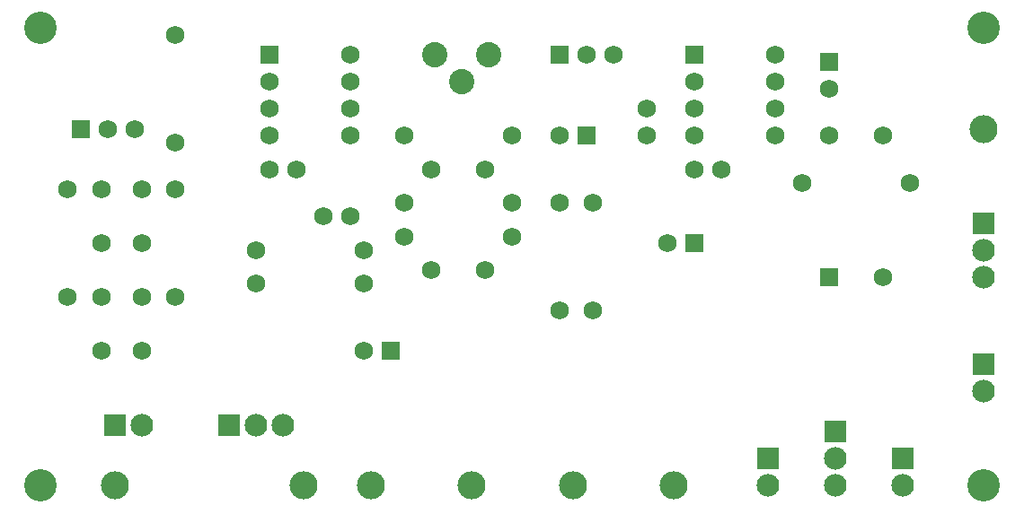
<source format=gbr>
G04 #@! TF.GenerationSoftware,KiCad,Pcbnew,(5.1.6)-1*
G04 #@! TF.CreationDate,2020-08-30T06:05:31-04:00*
G04 #@! TF.ProjectId,Twin-T_Code_Practice_Oscillator,5477696e-2d54-45f4-936f-64655f507261,A*
G04 #@! TF.SameCoordinates,Original*
G04 #@! TF.FileFunction,Soldermask,Bot*
G04 #@! TF.FilePolarity,Negative*
%FSLAX46Y46*%
G04 Gerber Fmt 4.6, Leading zero omitted, Abs format (unit mm)*
G04 Created by KiCad (PCBNEW (5.1.6)-1) date 2020-08-30 06:05:31*
%MOMM*%
%LPD*%
G01*
G04 APERTURE LIST*
%ADD10C,2.133600*%
%ADD11R,2.133600X2.133600*%
%ADD12R,1.727200X1.727200*%
%ADD13C,1.727200*%
%ADD14C,2.641600*%
%ADD15C,3.048000*%
%ADD16C,2.387600*%
G04 APERTURE END LIST*
D10*
X128270000Y-66675000D03*
X125730000Y-66675000D03*
D11*
X123190000Y-66675000D03*
D10*
X194310000Y-52705000D03*
X194310000Y-50165000D03*
D11*
X194310000Y-47625000D03*
D10*
X180340000Y-72390000D03*
X180340000Y-69850000D03*
D11*
X180340000Y-67310000D03*
D10*
X114935000Y-66675000D03*
D11*
X112395000Y-66675000D03*
D10*
X194310000Y-63500000D03*
D11*
X194310000Y-60960000D03*
X173990000Y-69850000D03*
D10*
X173990000Y-72390000D03*
D11*
X186690000Y-69850000D03*
D10*
X186690000Y-72390000D03*
D12*
X179705000Y-32385000D03*
D13*
X179705000Y-34925000D03*
X134620000Y-46990000D03*
X132080000Y-46990000D03*
D14*
X155575000Y-72390000D03*
D12*
X167005000Y-31750000D03*
D13*
X174625000Y-39370000D03*
X167005000Y-34290000D03*
X174625000Y-36830000D03*
X167005000Y-36830000D03*
X174625000Y-34290000D03*
X167005000Y-39370000D03*
X174625000Y-31750000D03*
D12*
X127000000Y-31750000D03*
D13*
X134620000Y-39370000D03*
X127000000Y-34290000D03*
X134620000Y-36830000D03*
X127000000Y-36830000D03*
X134620000Y-34290000D03*
X127000000Y-39370000D03*
X134620000Y-31750000D03*
X162560000Y-36830000D03*
X162560000Y-39370000D03*
D12*
X179705000Y-52705000D03*
D13*
X184785000Y-52705000D03*
D14*
X112395000Y-72390000D03*
X130175000Y-72390000D03*
X165100000Y-72390000D03*
X194310000Y-38735000D03*
X146050000Y-72390000D03*
X136525000Y-72390000D03*
D15*
X194310000Y-29210000D03*
X194310000Y-72390000D03*
X105410000Y-72390000D03*
X105410000Y-29210000D03*
D13*
X154305000Y-39370000D03*
D12*
X156845000Y-39370000D03*
D13*
X184785000Y-39370000D03*
X179705000Y-39370000D03*
X147320000Y-52070000D03*
X142240000Y-52070000D03*
X142240000Y-42545000D03*
X147320000Y-42545000D03*
X114935000Y-59690000D03*
X114935000Y-54610000D03*
X111125000Y-59690000D03*
X111125000Y-54610000D03*
X114935000Y-44450000D03*
X114935000Y-49530000D03*
X111125000Y-49530000D03*
X111125000Y-44450000D03*
X169545000Y-42545000D03*
X167005000Y-42545000D03*
X129540000Y-42545000D03*
X127000000Y-42545000D03*
D16*
X147637500Y-31750000D03*
X145097500Y-34290000D03*
X142557500Y-31750000D03*
D13*
X149860000Y-39370000D03*
X139700000Y-39370000D03*
X177165000Y-43815000D03*
X187325000Y-43815000D03*
X157480000Y-55880000D03*
X157480000Y-45720000D03*
X154305000Y-45720000D03*
X154305000Y-55880000D03*
X149860000Y-48895000D03*
X139700000Y-48895000D03*
X125730000Y-50165000D03*
X135890000Y-50165000D03*
X135890000Y-53340000D03*
X125730000Y-53340000D03*
X149860000Y-45720000D03*
X139700000Y-45720000D03*
X118110000Y-44450000D03*
X118110000Y-54610000D03*
X107950000Y-54610000D03*
X107950000Y-44450000D03*
X118110000Y-29845000D03*
X118110000Y-40005000D03*
X135890000Y-59690000D03*
D12*
X138430000Y-59690000D03*
D13*
X164465000Y-49530000D03*
D12*
X167005000Y-49530000D03*
X154305000Y-31750000D03*
D13*
X156845000Y-31750000D03*
X159385000Y-31750000D03*
X114300000Y-38735000D03*
X111760000Y-38735000D03*
D12*
X109220000Y-38735000D03*
M02*

</source>
